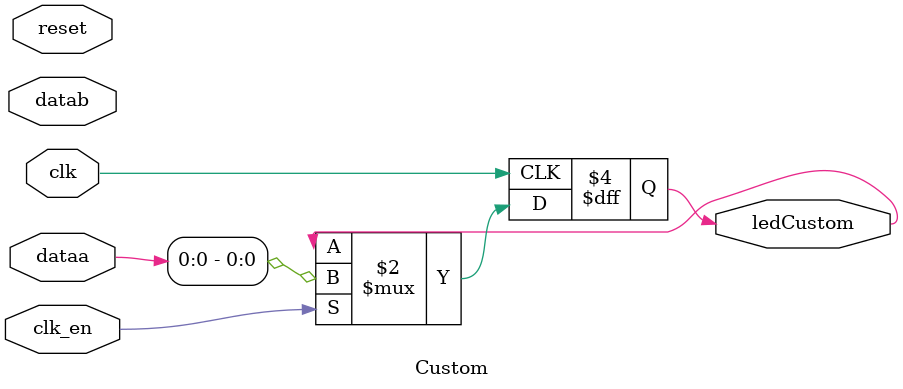
<source format=v>
module Custom (
		input clk,
		input clk_en,
		input reset,
		input [31:0] dataa,
		input [31:0] datab,
		
		output reg ledCustom
);

	always @(posedge clk) begin
		if (clk_en) begin
			ledCustom <= dataa[0];
		end
	end
	
endmodule


</source>
